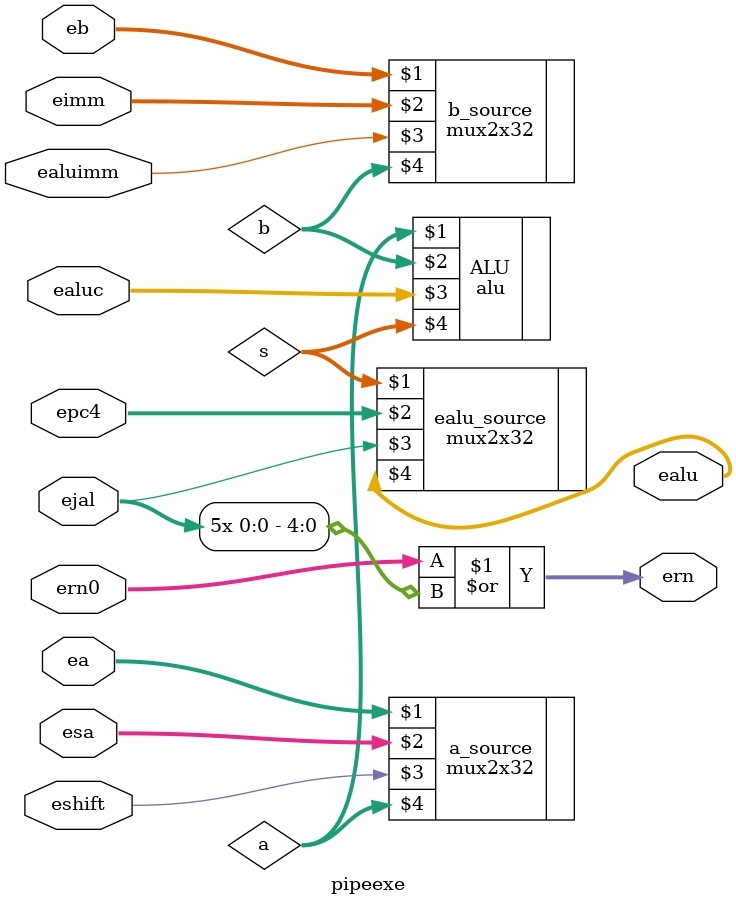
<source format=v>
module pipeexe (
    ealuc, ealuimm, ea, eb, eimm, eshift, ern0, epc4, ejal,
    ern, ealu, esa
);
    input           ealuimm, eshift, ejal;
    input   [ 3:0]  ealuc;
    input   [ 4:0]  ern0;
    input   [31:0]  ea, eb, eimm, epc4, esa;

    output  [ 4:0]  ern;
    output  [31:0]  ealu;

    wire    [31:0]  a, b, s;
    //wire	[31:0]	epc4_plus_4;

    //assign  epc4_plus_4 = epc4 + 4;
    assign  ern = ern0 | {5{ejal}};

    mux2x32 a_source (ea, esa, eshift, a);
    mux2x32 b_source (eb, eimm, ealuimm, b);
    mux2x32 ealu_source (s, epc4, ejal, ealu);
    alu     ALU (a, b, ealuc, s);
    
endmodule

</source>
